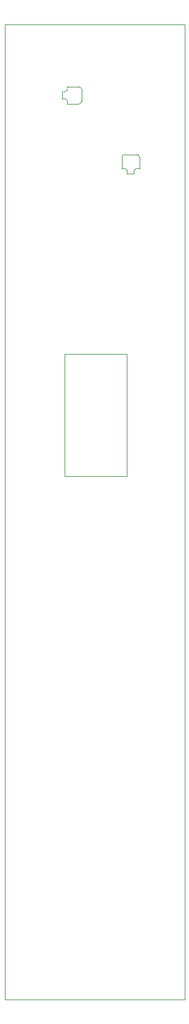
<source format=gbr>
%TF.GenerationSoftware,KiCad,Pcbnew,8.0.6*%
%TF.CreationDate,2025-11-06T23:07:29+09:00*%
%TF.ProjectId,tstick,74737469-636b-42e6-9b69-6361645f7063,rev?*%
%TF.SameCoordinates,Original*%
%TF.FileFunction,Profile,NP*%
%FSLAX46Y46*%
G04 Gerber Fmt 4.6, Leading zero omitted, Abs format (unit mm)*
G04 Created by KiCad (PCBNEW 8.0.6) date 2025-11-06 23:07:29*
%MOMM*%
%LPD*%
G01*
G04 APERTURE LIST*
%TA.AperFunction,Profile*%
%ADD10C,0.050000*%
%TD*%
%TA.AperFunction,Profile*%
%ADD11C,0.120000*%
%TD*%
%TA.AperFunction,Profile*%
%ADD12C,0.100000*%
%TD*%
G04 APERTURE END LIST*
D10*
X87000000Y-36000000D02*
X112000000Y-36000000D01*
X112000000Y-171000000D01*
X87000000Y-171000000D01*
X87000000Y-36000000D01*
D11*
%TO.C,U1*%
X95001647Y-46304147D02*
X95001647Y-45262747D01*
X95687447Y-44576947D02*
X97287647Y-44576947D01*
X97287647Y-46989947D02*
X95687447Y-46989947D01*
X97668647Y-44957947D02*
X97668647Y-46608947D01*
X103281647Y-55946653D02*
X103281647Y-54346453D01*
X103662647Y-53965453D02*
X105313647Y-53965453D01*
X105008847Y-56632453D02*
X103967447Y-56632453D01*
X105694647Y-54346453D02*
X105694647Y-55946653D01*
X95001647Y-46304147D02*
G75*
G02*
X95687447Y-46989947I247753J-438047D01*
G01*
X95687447Y-44576947D02*
G75*
G02*
X95001647Y-45262747I-438047J-247753D01*
G01*
X97287647Y-44576947D02*
G75*
G02*
X97668647Y-44957947I8J-380992D01*
G01*
X97668647Y-46608947D02*
G75*
G02*
X97287647Y-46989947I-380996J-4D01*
G01*
X103281647Y-54346453D02*
G75*
G02*
X103662647Y-53965447I381003J3D01*
G01*
X103281647Y-55946653D02*
G75*
G02*
X103967447Y-56632453I247753J-438047D01*
G01*
X105008847Y-56632453D02*
G75*
G02*
X105694651Y-55946646I438053J247753D01*
G01*
X105313647Y-53965453D02*
G75*
G02*
X105694647Y-54346453I3J-380997D01*
G01*
%TO.C,pmw3610*%
D12*
X95350000Y-81610000D02*
X103950000Y-81610000D01*
X103950000Y-98570000D01*
X95350000Y-98570000D01*
X95350000Y-81610000D01*
%TD*%
M02*

</source>
